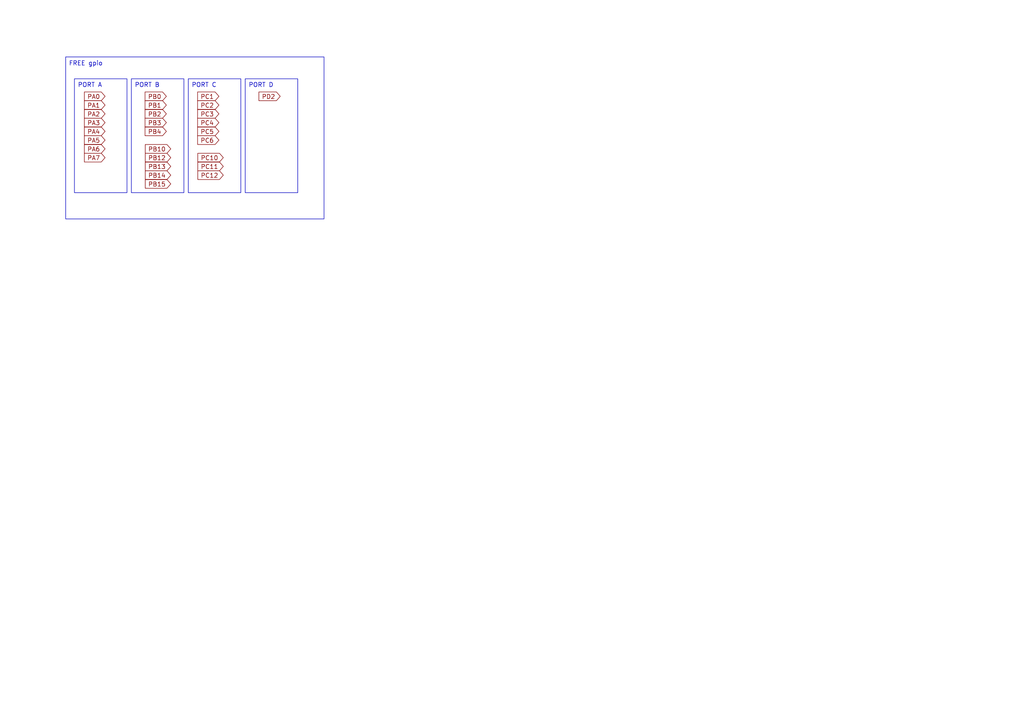
<source format=kicad_sch>
(kicad_sch
	(version 20231120)
	(generator "eeschema")
	(generator_version "8.0")
	(uuid "4778b40f-ce9b-4d68-b9c9-9d56e08d137b")
	(paper "A4")
	(lib_symbols)
	(rectangle
		(start 19.05 16.51)
		(end 93.98 63.5)
		(stroke
			(width 0)
			(type default)
		)
		(fill
			(type none)
		)
		(uuid 1a7d68f8-df1e-4229-a280-621e637c8b8e)
	)
	(text_box "PORT D"
		(exclude_from_sim no)
		(at 71.12 22.86 0)
		(size 15.24 33.02)
		(stroke
			(width 0)
			(type default)
		)
		(fill
			(type none)
		)
		(effects
			(font
				(size 1.27 1.27)
			)
			(justify left top)
		)
		(uuid "0d846cc2-9a5e-443c-ac05-c7985d439dd5")
	)
	(text_box "PORT B"
		(exclude_from_sim no)
		(at 38.1 22.86 0)
		(size 15.24 33.02)
		(stroke
			(width 0)
			(type default)
		)
		(fill
			(type none)
		)
		(effects
			(font
				(size 1.27 1.27)
			)
			(justify left top)
		)
		(uuid "1ea82985-791c-40b0-8ba5-3d205e31e99e")
	)
	(text_box "PORT C"
		(exclude_from_sim no)
		(at 54.61 22.86 0)
		(size 15.24 33.02)
		(stroke
			(width 0)
			(type default)
		)
		(fill
			(type none)
		)
		(effects
			(font
				(size 1.27 1.27)
			)
			(justify left top)
		)
		(uuid "7579b880-002d-48fa-9ea7-5437e02a669f")
	)
	(text_box "PORT A"
		(exclude_from_sim no)
		(at 21.59 22.86 0)
		(size 15.24 33.02)
		(stroke
			(width 0)
			(type default)
		)
		(fill
			(type none)
		)
		(effects
			(font
				(size 1.27 1.27)
			)
			(justify left top)
		)
		(uuid "84ba274b-a623-4712-87c1-d6a40a042188")
	)
	(text "FREE gpio\n"
		(exclude_from_sim no)
		(at 24.892 18.542 0)
		(effects
			(font
				(size 1.27 1.27)
			)
		)
		(uuid "1f2ae561-e80a-4d76-8d82-1a0c723f3a37")
	)
	(global_label "PB3"
		(shape input)
		(at 48.26 35.56 180)
		(fields_autoplaced yes)
		(effects
			(font
				(size 1.27 1.27)
			)
			(justify right)
		)
		(uuid "09b2bbd6-11d2-41cd-ab6c-4cb10477181a")
		(property "Intersheetrefs" "${INTERSHEET_REFS}"
			(at 41.5253 35.56 0)
			(effects
				(font
					(size 1.27 1.27)
				)
				(justify right)
				(hide yes)
			)
		)
	)
	(global_label "PD2"
		(shape input)
		(at 81.28 27.94 180)
		(fields_autoplaced yes)
		(effects
			(font
				(size 1.27 1.27)
			)
			(justify right)
		)
		(uuid "1057291e-6dde-4f76-974f-ad6119459f77")
		(property "Intersheetrefs" "${INTERSHEET_REFS}"
			(at 74.5453 27.94 0)
			(effects
				(font
					(size 1.27 1.27)
				)
				(justify right)
				(hide yes)
			)
		)
	)
	(global_label "PC5"
		(shape input)
		(at 63.5 38.1 180)
		(fields_autoplaced yes)
		(effects
			(font
				(size 1.27 1.27)
			)
			(justify right)
		)
		(uuid "27091da4-2064-45ef-82ac-b54c920b4dbf")
		(property "Intersheetrefs" "${INTERSHEET_REFS}"
			(at 56.7653 38.1 0)
			(effects
				(font
					(size 1.27 1.27)
				)
				(justify right)
				(hide yes)
			)
		)
	)
	(global_label "PB2"
		(shape input)
		(at 48.26 33.02 180)
		(fields_autoplaced yes)
		(effects
			(font
				(size 1.27 1.27)
			)
			(justify right)
		)
		(uuid "272a8f96-ff4a-4ff5-96a9-38c03384cdd3")
		(property "Intersheetrefs" "${INTERSHEET_REFS}"
			(at 41.5253 33.02 0)
			(effects
				(font
					(size 1.27 1.27)
				)
				(justify right)
				(hide yes)
			)
		)
	)
	(global_label "PB0"
		(shape input)
		(at 48.26 27.94 180)
		(fields_autoplaced yes)
		(effects
			(font
				(size 1.27 1.27)
			)
			(justify right)
		)
		(uuid "3169bb25-a3d5-4581-9826-da3fd206dd31")
		(property "Intersheetrefs" "${INTERSHEET_REFS}"
			(at 41.5253 27.94 0)
			(effects
				(font
					(size 1.27 1.27)
				)
				(justify right)
				(hide yes)
			)
		)
	)
	(global_label "PB15"
		(shape input)
		(at 49.53 53.34 180)
		(fields_autoplaced yes)
		(effects
			(font
				(size 1.27 1.27)
			)
			(justify right)
		)
		(uuid "4b4a8540-e55d-4fe7-9092-7c2a0aba7b2d")
		(property "Intersheetrefs" "${INTERSHEET_REFS}"
			(at 41.5858 53.34 0)
			(effects
				(font
					(size 1.27 1.27)
				)
				(justify right)
				(hide yes)
			)
		)
	)
	(global_label "PC4"
		(shape input)
		(at 63.5 35.56 180)
		(fields_autoplaced yes)
		(effects
			(font
				(size 1.27 1.27)
			)
			(justify right)
		)
		(uuid "51e94fda-b084-4e69-8cfb-a97ab95d8517")
		(property "Intersheetrefs" "${INTERSHEET_REFS}"
			(at 56.7653 35.56 0)
			(effects
				(font
					(size 1.27 1.27)
				)
				(justify right)
				(hide yes)
			)
		)
	)
	(global_label "PB13"
		(shape input)
		(at 49.53 48.26 180)
		(fields_autoplaced yes)
		(effects
			(font
				(size 1.27 1.27)
			)
			(justify right)
		)
		(uuid "5a5a1330-8935-499e-8729-5b63d3b0101a")
		(property "Intersheetrefs" "${INTERSHEET_REFS}"
			(at 41.5858 48.26 0)
			(effects
				(font
					(size 1.27 1.27)
				)
				(justify right)
				(hide yes)
			)
		)
	)
	(global_label "PA0"
		(shape input)
		(at 30.48 27.94 180)
		(fields_autoplaced yes)
		(effects
			(font
				(size 1.27 1.27)
			)
			(justify right)
		)
		(uuid "6af61587-2a35-425b-9668-65160a16178c")
		(property "Intersheetrefs" "${INTERSHEET_REFS}"
			(at 23.9267 27.94 0)
			(effects
				(font
					(size 1.27 1.27)
				)
				(justify right)
				(hide yes)
			)
		)
	)
	(global_label "PC12"
		(shape input)
		(at 64.77 50.8 180)
		(fields_autoplaced yes)
		(effects
			(font
				(size 1.27 1.27)
			)
			(justify right)
		)
		(uuid "6baaed31-f6c1-43f1-92ad-ac0b0be044aa")
		(property "Intersheetrefs" "${INTERSHEET_REFS}"
			(at 56.8258 50.8 0)
			(effects
				(font
					(size 1.27 1.27)
				)
				(justify right)
				(hide yes)
			)
		)
	)
	(global_label "PB4"
		(shape input)
		(at 48.26 38.1 180)
		(fields_autoplaced yes)
		(effects
			(font
				(size 1.27 1.27)
			)
			(justify right)
		)
		(uuid "73e52c28-0ede-4beb-8151-bc12cfaf6b8e")
		(property "Intersheetrefs" "${INTERSHEET_REFS}"
			(at 41.5253 38.1 0)
			(effects
				(font
					(size 1.27 1.27)
				)
				(justify right)
				(hide yes)
			)
		)
	)
	(global_label "PA2"
		(shape input)
		(at 30.48 33.02 180)
		(fields_autoplaced yes)
		(effects
			(font
				(size 1.27 1.27)
			)
			(justify right)
		)
		(uuid "76163f31-a7ca-4086-9fc7-e56ac26c142a")
		(property "Intersheetrefs" "${INTERSHEET_REFS}"
			(at 23.9267 33.02 0)
			(effects
				(font
					(size 1.27 1.27)
				)
				(justify right)
				(hide yes)
			)
		)
	)
	(global_label "PA6"
		(shape input)
		(at 30.48 43.18 180)
		(fields_autoplaced yes)
		(effects
			(font
				(size 1.27 1.27)
			)
			(justify right)
		)
		(uuid "7eb7e26f-5fd7-45cf-8e34-a5072dbbaa8b")
		(property "Intersheetrefs" "${INTERSHEET_REFS}"
			(at 23.9267 43.18 0)
			(effects
				(font
					(size 1.27 1.27)
				)
				(justify right)
				(hide yes)
			)
		)
	)
	(global_label "PC3"
		(shape input)
		(at 63.5 33.02 180)
		(fields_autoplaced yes)
		(effects
			(font
				(size 1.27 1.27)
			)
			(justify right)
		)
		(uuid "87491361-915c-4006-88c4-6356b56c5aa6")
		(property "Intersheetrefs" "${INTERSHEET_REFS}"
			(at 56.7653 33.02 0)
			(effects
				(font
					(size 1.27 1.27)
				)
				(justify right)
				(hide yes)
			)
		)
	)
	(global_label "PA5"
		(shape input)
		(at 30.48 40.64 180)
		(fields_autoplaced yes)
		(effects
			(font
				(size 1.27 1.27)
			)
			(justify right)
		)
		(uuid "8ba182f3-79d9-4ffe-8898-3683f02aa4e1")
		(property "Intersheetrefs" "${INTERSHEET_REFS}"
			(at 23.9267 40.64 0)
			(effects
				(font
					(size 1.27 1.27)
				)
				(justify right)
				(hide yes)
			)
		)
	)
	(global_label "PC2"
		(shape input)
		(at 63.5 30.48 180)
		(fields_autoplaced yes)
		(effects
			(font
				(size 1.27 1.27)
			)
			(justify right)
		)
		(uuid "90dba435-27da-4d80-bf29-e54694e68211")
		(property "Intersheetrefs" "${INTERSHEET_REFS}"
			(at 56.7653 30.48 0)
			(effects
				(font
					(size 1.27 1.27)
				)
				(justify right)
				(hide yes)
			)
		)
	)
	(global_label "PB12"
		(shape input)
		(at 49.53 45.72 180)
		(fields_autoplaced yes)
		(effects
			(font
				(size 1.27 1.27)
			)
			(justify right)
		)
		(uuid "930a72ee-fe0c-4087-8590-08ca75d155a6")
		(property "Intersheetrefs" "${INTERSHEET_REFS}"
			(at 41.5858 45.72 0)
			(effects
				(font
					(size 1.27 1.27)
				)
				(justify right)
				(hide yes)
			)
		)
	)
	(global_label "PA4"
		(shape input)
		(at 30.48 38.1 180)
		(fields_autoplaced yes)
		(effects
			(font
				(size 1.27 1.27)
			)
			(justify right)
		)
		(uuid "9a17150f-a991-4d57-b7a7-14d3e4ba8b81")
		(property "Intersheetrefs" "${INTERSHEET_REFS}"
			(at 23.9267 38.1 0)
			(effects
				(font
					(size 1.27 1.27)
				)
				(justify right)
				(hide yes)
			)
		)
	)
	(global_label "PB1"
		(shape input)
		(at 48.26 30.48 180)
		(fields_autoplaced yes)
		(effects
			(font
				(size 1.27 1.27)
			)
			(justify right)
		)
		(uuid "9d17c4ca-35a9-4052-b181-861612e89ac7")
		(property "Intersheetrefs" "${INTERSHEET_REFS}"
			(at 41.5253 30.48 0)
			(effects
				(font
					(size 1.27 1.27)
				)
				(justify right)
				(hide yes)
			)
		)
	)
	(global_label "PC10"
		(shape input)
		(at 64.77 45.72 180)
		(fields_autoplaced yes)
		(effects
			(font
				(size 1.27 1.27)
			)
			(justify right)
		)
		(uuid "b24a8bef-90d9-4ff4-93bb-5694d03cd20a")
		(property "Intersheetrefs" "${INTERSHEET_REFS}"
			(at 56.8258 45.72 0)
			(effects
				(font
					(size 1.27 1.27)
				)
				(justify right)
				(hide yes)
			)
		)
	)
	(global_label "PA1"
		(shape input)
		(at 30.48 30.48 180)
		(fields_autoplaced yes)
		(effects
			(font
				(size 1.27 1.27)
			)
			(justify right)
		)
		(uuid "b8cfa864-7efc-4763-8ad4-857b18b8fa81")
		(property "Intersheetrefs" "${INTERSHEET_REFS}"
			(at 23.9267 30.48 0)
			(effects
				(font
					(size 1.27 1.27)
				)
				(justify right)
				(hide yes)
			)
		)
	)
	(global_label "PB10"
		(shape input)
		(at 49.53 43.18 180)
		(fields_autoplaced yes)
		(effects
			(font
				(size 1.27 1.27)
			)
			(justify right)
		)
		(uuid "ca28ede9-7933-4380-b339-98f700276a08")
		(property "Intersheetrefs" "${INTERSHEET_REFS}"
			(at 41.5858 43.18 0)
			(effects
				(font
					(size 1.27 1.27)
				)
				(justify right)
				(hide yes)
			)
		)
	)
	(global_label "PA7"
		(shape input)
		(at 30.48 45.72 180)
		(fields_autoplaced yes)
		(effects
			(font
				(size 1.27 1.27)
			)
			(justify right)
		)
		(uuid "f007e786-70fa-467b-adfc-0a257af1546b")
		(property "Intersheetrefs" "${INTERSHEET_REFS}"
			(at 23.9267 45.72 0)
			(effects
				(font
					(size 1.27 1.27)
				)
				(justify right)
				(hide yes)
			)
		)
	)
	(global_label "PC6"
		(shape input)
		(at 63.5 40.64 180)
		(fields_autoplaced yes)
		(effects
			(font
				(size 1.27 1.27)
			)
			(justify right)
		)
		(uuid "f27ab084-6f72-455b-a222-92943bf1a8d2")
		(property "Intersheetrefs" "${INTERSHEET_REFS}"
			(at 56.7653 40.64 0)
			(effects
				(font
					(size 1.27 1.27)
				)
				(justify right)
				(hide yes)
			)
		)
	)
	(global_label "PA3"
		(shape input)
		(at 30.48 35.56 180)
		(fields_autoplaced yes)
		(effects
			(font
				(size 1.27 1.27)
			)
			(justify right)
		)
		(uuid "f5491c99-953a-4fa3-9688-42a3d2a58987")
		(property "Intersheetrefs" "${INTERSHEET_REFS}"
			(at 23.9267 35.56 0)
			(effects
				(font
					(size 1.27 1.27)
				)
				(justify right)
				(hide yes)
			)
		)
	)
	(global_label "PC11"
		(shape input)
		(at 64.77 48.26 180)
		(fields_autoplaced yes)
		(effects
			(font
				(size 1.27 1.27)
			)
			(justify right)
		)
		(uuid "f599c819-4e2d-43a2-9b07-8714863066c4")
		(property "Intersheetrefs" "${INTERSHEET_REFS}"
			(at 56.8258 48.26 0)
			(effects
				(font
					(size 1.27 1.27)
				)
				(justify right)
				(hide yes)
			)
		)
	)
	(global_label "PC1"
		(shape input)
		(at 63.5 27.94 180)
		(fields_autoplaced yes)
		(effects
			(font
				(size 1.27 1.27)
			)
			(justify right)
		)
		(uuid "fd3370d3-1f03-4e0d-a071-be84819025e5")
		(property "Intersheetrefs" "${INTERSHEET_REFS}"
			(at 56.7653 27.94 0)
			(effects
				(font
					(size 1.27 1.27)
				)
				(justify right)
				(hide yes)
			)
		)
	)
	(global_label "PB14"
		(shape input)
		(at 49.53 50.8 180)
		(fields_autoplaced yes)
		(effects
			(font
				(size 1.27 1.27)
			)
			(justify right)
		)
		(uuid "fe9b8ffa-efd7-4244-8d44-60875f499064")
		(property "Intersheetrefs" "${INTERSHEET_REFS}"
			(at 41.5858 50.8 0)
			(effects
				(font
					(size 1.27 1.27)
				)
				(justify right)
				(hide yes)
			)
		)
	)
)

</source>
